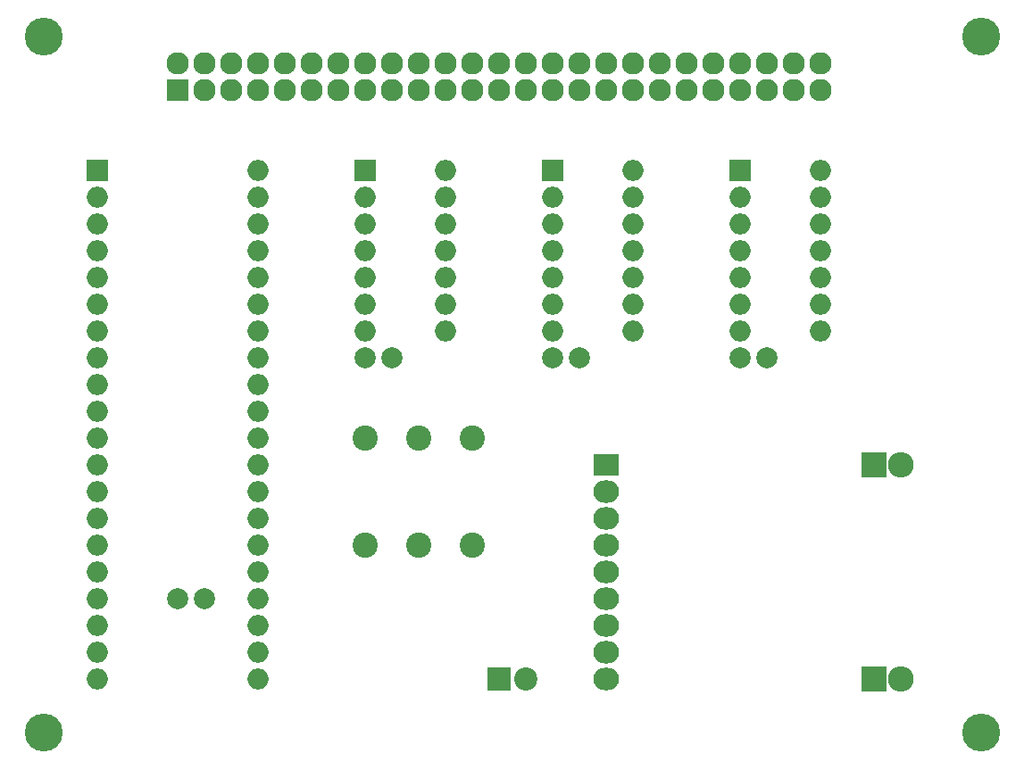
<source format=gbr>
G04 #@! TF.FileFunction,Soldermask,Top*
%FSLAX46Y46*%
G04 Gerber Fmt 4.6, Leading zero omitted, Abs format (unit mm)*
G04 Created by KiCad (PCBNEW 4.0.7) date *
%MOMM*%
%LPD*%
G01*
G04 APERTURE LIST*
%ADD10C,0.100000*%
%ADD11C,2.398980*%
%ADD12C,2.000000*%
%ADD13R,2.000000X2.000000*%
%ADD14O,2.000000X2.000000*%
%ADD15C,3.600000*%
%ADD16R,2.432000X2.127200*%
%ADD17O,2.432000X2.127200*%
%ADD18R,2.200000X2.200000*%
%ADD19C,2.200000*%
%ADD20R,2.432000X2.432000*%
%ADD21O,2.432000X2.432000*%
%ADD22R,2.127200X2.127200*%
%ADD23O,2.127200X2.127200*%
G04 APERTURE END LIST*
D10*
D11*
X129540000Y-101600000D03*
X129540000Y-111760000D03*
X124460000Y-101600000D03*
X124460000Y-111760000D03*
D12*
X109220000Y-116840000D03*
X106720000Y-116840000D03*
X127000000Y-93980000D03*
X124500000Y-93980000D03*
X162560000Y-93980000D03*
X160060000Y-93980000D03*
D13*
X99060000Y-76200000D03*
D14*
X114300000Y-124460000D03*
X99060000Y-78740000D03*
X114300000Y-121920000D03*
X99060000Y-81280000D03*
X114300000Y-119380000D03*
X99060000Y-83820000D03*
X114300000Y-116840000D03*
X99060000Y-86360000D03*
X114300000Y-114300000D03*
X99060000Y-88900000D03*
X114300000Y-111760000D03*
X99060000Y-91440000D03*
X114300000Y-109220000D03*
X99060000Y-93980000D03*
X114300000Y-106680000D03*
X99060000Y-96520000D03*
X114300000Y-104140000D03*
X99060000Y-99060000D03*
X114300000Y-101600000D03*
X99060000Y-101600000D03*
X114300000Y-99060000D03*
X99060000Y-104140000D03*
X114300000Y-96520000D03*
X99060000Y-106680000D03*
X114300000Y-93980000D03*
X99060000Y-109220000D03*
X114300000Y-91440000D03*
X99060000Y-111760000D03*
X114300000Y-88900000D03*
X99060000Y-114300000D03*
X114300000Y-86360000D03*
X99060000Y-116840000D03*
X114300000Y-83820000D03*
X99060000Y-119380000D03*
X114300000Y-81280000D03*
X99060000Y-121920000D03*
X114300000Y-78740000D03*
X99060000Y-124460000D03*
X114300000Y-76200000D03*
D13*
X124460000Y-76200000D03*
D14*
X132080000Y-91440000D03*
X124460000Y-78740000D03*
X132080000Y-88900000D03*
X124460000Y-81280000D03*
X132080000Y-86360000D03*
X124460000Y-83820000D03*
X132080000Y-83820000D03*
X124460000Y-86360000D03*
X132080000Y-81280000D03*
X124460000Y-88900000D03*
X132080000Y-78740000D03*
X124460000Y-91440000D03*
X132080000Y-76200000D03*
D13*
X142240000Y-76200000D03*
D14*
X149860000Y-91440000D03*
X142240000Y-78740000D03*
X149860000Y-88900000D03*
X142240000Y-81280000D03*
X149860000Y-86360000D03*
X142240000Y-83820000D03*
X149860000Y-83820000D03*
X142240000Y-86360000D03*
X149860000Y-81280000D03*
X142240000Y-88900000D03*
X149860000Y-78740000D03*
X142240000Y-91440000D03*
X149860000Y-76200000D03*
D13*
X160020000Y-76200000D03*
D14*
X167640000Y-91440000D03*
X160020000Y-78740000D03*
X167640000Y-88900000D03*
X160020000Y-81280000D03*
X167640000Y-86360000D03*
X160020000Y-83820000D03*
X167640000Y-83820000D03*
X160020000Y-86360000D03*
X167640000Y-81280000D03*
X160020000Y-88900000D03*
X167640000Y-78740000D03*
X160020000Y-91440000D03*
X167640000Y-76200000D03*
D12*
X144780000Y-93980000D03*
X142280000Y-93980000D03*
D15*
X182880000Y-63500000D03*
X182880000Y-129540000D03*
X93980000Y-129540000D03*
X93980000Y-63500000D03*
D16*
X147320000Y-104140000D03*
D17*
X147320000Y-106680000D03*
X147320000Y-109220000D03*
X147320000Y-111760000D03*
X147320000Y-114300000D03*
X147320000Y-116840000D03*
X147320000Y-119380000D03*
X147320000Y-121920000D03*
X147320000Y-124460000D03*
D18*
X137160000Y-124460000D03*
D19*
X139700000Y-124460000D03*
D11*
X134620000Y-101600000D03*
X134620000Y-111760000D03*
D20*
X172720000Y-104140000D03*
D21*
X175260000Y-104140000D03*
D20*
X172720000Y-124460000D03*
D21*
X175260000Y-124460000D03*
D22*
X106680000Y-68580000D03*
D23*
X106680000Y-66040000D03*
X109220000Y-68580000D03*
X109220000Y-66040000D03*
X111760000Y-68580000D03*
X111760000Y-66040000D03*
X114300000Y-68580000D03*
X114300000Y-66040000D03*
X116840000Y-68580000D03*
X116840000Y-66040000D03*
X119380000Y-68580000D03*
X119380000Y-66040000D03*
X121920000Y-68580000D03*
X121920000Y-66040000D03*
X124460000Y-68580000D03*
X124460000Y-66040000D03*
X127000000Y-68580000D03*
X127000000Y-66040000D03*
X129540000Y-68580000D03*
X129540000Y-66040000D03*
X132080000Y-68580000D03*
X132080000Y-66040000D03*
X134620000Y-68580000D03*
X134620000Y-66040000D03*
X137160000Y-68580000D03*
X137160000Y-66040000D03*
X139700000Y-68580000D03*
X139700000Y-66040000D03*
X142240000Y-68580000D03*
X142240000Y-66040000D03*
X144780000Y-68580000D03*
X144780000Y-66040000D03*
X147320000Y-68580000D03*
X147320000Y-66040000D03*
X149860000Y-68580000D03*
X149860000Y-66040000D03*
X152400000Y-68580000D03*
X152400000Y-66040000D03*
X154940000Y-68580000D03*
X154940000Y-66040000D03*
X157480000Y-68580000D03*
X157480000Y-66040000D03*
X160020000Y-68580000D03*
X160020000Y-66040000D03*
X162560000Y-68580000D03*
X162560000Y-66040000D03*
X165100000Y-68580000D03*
X165100000Y-66040000D03*
X167640000Y-68580000D03*
X167640000Y-66040000D03*
M02*

</source>
